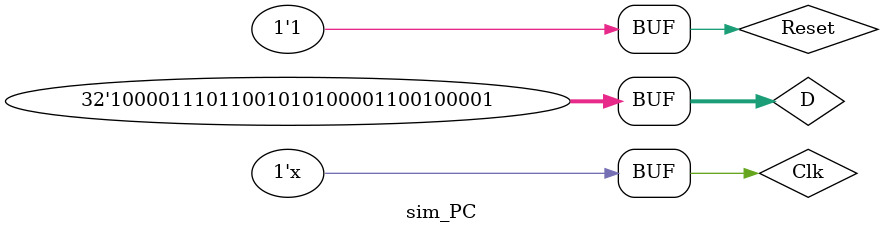
<source format=v>
`timescale 1ns/1ps
module sim_PC;
    // Inputs
    reg [31:0] D;
    reg Reset;
    reg Clk;
    // Outputs
    wire [31:0] Q;
    // Instantiate the Unit Under Test (UUT)
    PC uut (
        .D(D), 
        .Q(Q), 
        .Reset(Reset), 
        .Clk(Clk)
    );
    always #1 Clk = ~Clk;
    initial begin
        D = 0;
        Reset = 1;
        Clk = 0;
        #20
        Reset = 0;
        D = 32'h12345678;
        #20
        D = 32'h87654321;
        #1000;
        Reset = 1;
    end
endmodule
</source>
